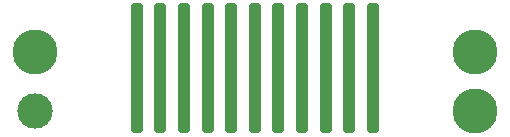
<source format=gts>
G04 #@! TF.GenerationSoftware,KiCad,Pcbnew,7.0.7*
G04 #@! TF.CreationDate,2024-12-02T13:55:21+01:00*
G04 #@! TF.ProjectId,Finger_FSR_V1_height,46696e67-6572-45f4-9653-525f56315f68,rev?*
G04 #@! TF.SameCoordinates,Original*
G04 #@! TF.FileFunction,Soldermask,Top*
G04 #@! TF.FilePolarity,Negative*
%FSLAX46Y46*%
G04 Gerber Fmt 4.6, Leading zero omitted, Abs format (unit mm)*
G04 Created by KiCad (PCBNEW 7.0.7) date 2024-12-02 13:55:21*
%MOMM*%
%LPD*%
G01*
G04 APERTURE LIST*
G04 Aperture macros list*
%AMRoundRect*
0 Rectangle with rounded corners*
0 $1 Rounding radius*
0 $2 $3 $4 $5 $6 $7 $8 $9 X,Y pos of 4 corners*
0 Add a 4 corners polygon primitive as box body*
4,1,4,$2,$3,$4,$5,$6,$7,$8,$9,$2,$3,0*
0 Add four circle primitives for the rounded corners*
1,1,$1+$1,$2,$3*
1,1,$1+$1,$4,$5*
1,1,$1+$1,$6,$7*
1,1,$1+$1,$8,$9*
0 Add four rect primitives between the rounded corners*
20,1,$1+$1,$2,$3,$4,$5,0*
20,1,$1+$1,$4,$5,$6,$7,0*
20,1,$1+$1,$6,$7,$8,$9,0*
20,1,$1+$1,$8,$9,$2,$3,0*%
G04 Aperture macros list end*
%ADD10RoundRect,0.250000X-0.250000X-5.250000X0.250000X-5.250000X0.250000X5.250000X-0.250000X5.250000X0*%
%ADD11C,3.000000*%
%ADD12C,3.800000*%
G04 APERTURE END LIST*
D10*
X140800000Y-75000000D03*
D11*
X116150000Y-78650000D03*
D12*
X116150000Y-73650000D03*
D10*
X144800000Y-75000000D03*
X130800000Y-75000000D03*
X142800000Y-75000000D03*
X128800000Y-75000000D03*
X126800000Y-75000000D03*
X138800000Y-75000000D03*
X132800000Y-75000000D03*
D12*
X153450000Y-78650000D03*
D10*
X136800000Y-75000000D03*
X124800000Y-75000000D03*
D12*
X153450000Y-73650000D03*
D10*
X134800000Y-75000000D03*
M02*

</source>
